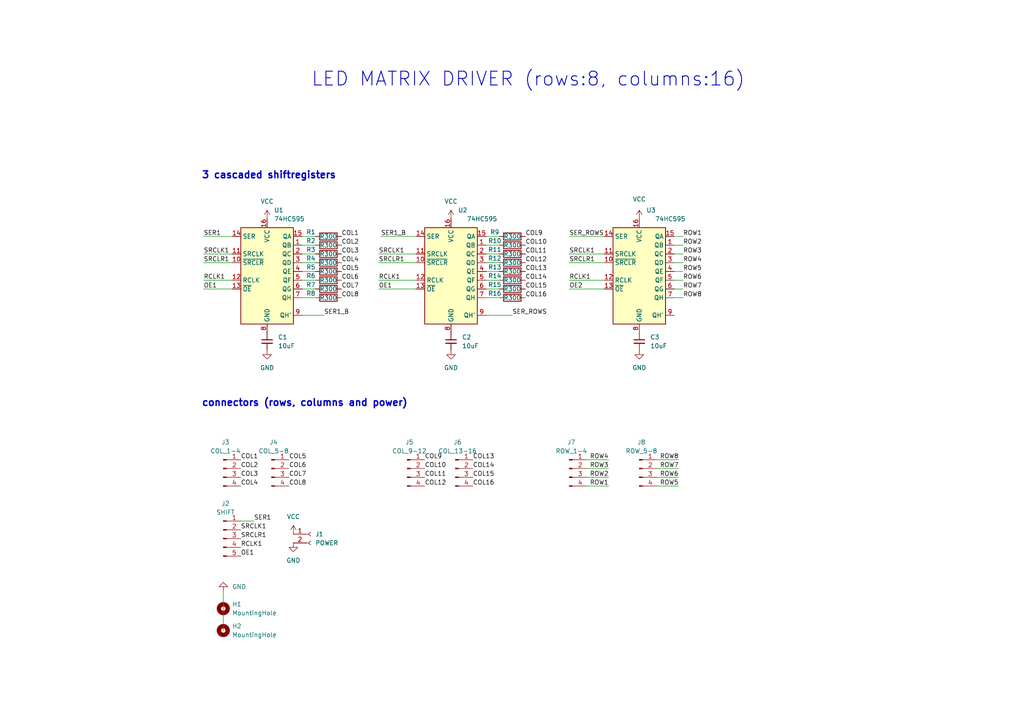
<source format=kicad_sch>
(kicad_sch (version 20211123) (generator eeschema)
  (paper "A4")
  (lib_symbols
    (symbol "74xx:74HC595"
      (property "Reference" "U" (at -7.62 13.97 0))
      (property "Value" "74HC595" (at -7.62 -16.51 0))
      (symbol "74HC595_1_0"
        (pin tri_state line (at 10.16 7.62 180) (length 2.54) (name "QB") (number "1"))
        (pin input line (at -10.16 2.54 0) (length 2.54) (name "~{SRCLR}") (number "10"))
        (pin input line (at -10.16 5.08 0) (length 2.54) (name "SRCLK") (number "11"))
        (pin input line (at -10.16 -2.54 0) (length 2.54) (name "RCLK") (number "12"))
        (pin input line (at -10.16 -5.08 0) (length 2.54) (name "~{OE}") (number "13"))
        (pin input line (at -10.16 10.16 0) (length 2.54) (name "SER") (number "14"))
        (pin tri_state line (at 10.16 10.16 180) (length 2.54) (name "QA") (number "15"))
        (pin power_in line (at 0 15.24 270) (length 2.54) (name "VCC") (number "16"))
        (pin tri_state line (at 10.16 5.08 180) (length 2.54) (name "QC") (number "2"))
        (pin tri_state line (at 10.16 2.54 180) (length 2.54) (name "QD") (number "3"))
        (pin tri_state line (at 10.16 0 180) (length 2.54) (name "QE") (number "4"))
        (pin tri_state line (at 10.16 -2.54 180) (length 2.54) (name "QF") (number "5"))
        (pin tri_state line (at 10.16 -5.08 180) (length 2.54) (name "QG") (number "6"))
        (pin tri_state line (at 10.16 -7.62 180) (length 2.54) (name "QH") (number "7"))
        (pin power_in line (at 0 -17.78 90) (length 2.54) (name "GND") (number "8"))
        (pin output line (at 10.16 -12.7 180) (length 2.54) (name "QH'") (number "9"))
      )
      (symbol "74HC595_1_1"
        (rectangle (start -7.62 12.7) (end 7.62 -15.24) (stroke (width 0.254)) (fill (type background)))
      )
    )
    (symbol "Connector:Conn_01x02_Female" (pin_names (offset 1.016) hide)
      (property "Reference" "J" (at 0 2.54 0))
      (property "Value" "Conn_01x02_Female" (at 0 -5.08 0))
      (symbol "Conn_01x02_Female_1_1"
        (arc (start 0 -2.032) (mid -0.508 -2.54) (end 0 -3.048) (stroke (width 0.1524)))
        (polyline (pts (xy -1.27 -2.54) (xy -0.508 -2.54)) (stroke (width 0.1524)))
        (polyline (pts (xy -1.27 0) (xy -0.508 0)) (stroke (width 0.1524)))
        (arc (start 0 0.508) (mid -0.508 0) (end 0 -0.508) (stroke (width 0.1524)))
        (pin passive line (at -5.08 0 0) (length 3.81) (name "Pin_1") (number "1"))
        (pin passive line (at -5.08 -2.54 0) (length 3.81) (name "Pin_2") (number "2"))
      )
    )
    (symbol "Connector:Conn_01x04_Male" (pin_names (offset 1.016) hide)
      (property "Reference" "J" (at 0 5.08 0))
      (property "Value" "Conn_01x04_Male" (at 0 -7.62 0))
      (symbol "Conn_01x04_Male_1_1"
        (polyline (pts (xy 1.27 -5.08) (xy 0.8636 -5.08)) (stroke (width 0.1524)))
        (polyline (pts (xy 1.27 -2.54) (xy 0.8636 -2.54)) (stroke (width 0.1524)))
        (polyline (pts (xy 1.27 0) (xy 0.8636 0)) (stroke (width 0.1524)))
        (polyline (pts (xy 1.27 2.54) (xy 0.8636 2.54)) (stroke (width 0.1524)))
        (rectangle (start 0.8636 -4.953) (end 0 -5.207) (stroke (width 0.1524)) (fill (type outline)))
        (rectangle (start 0.8636 -2.413) (end 0 -2.667) (stroke (width 0.1524)) (fill (type outline)))
        (rectangle (start 0.8636 0.127) (end 0 -0.127) (stroke (width 0.1524)) (fill (type outline)))
        (rectangle (start 0.8636 2.667) (end 0 2.413) (stroke (width 0.1524)) (fill (type outline)))
        (pin passive line (at 5.08 2.54 180) (length 3.81) (name "Pin_1") (number "1"))
        (pin passive line (at 5.08 0 180) (length 3.81) (name "Pin_2") (number "2"))
        (pin passive line (at 5.08 -2.54 180) (length 3.81) (name "Pin_3") (number "3"))
        (pin passive line (at 5.08 -5.08 180) (length 3.81) (name "Pin_4") (number "4"))
      )
    )
    (symbol "Connector:Conn_01x05_Male" (pin_names (offset 1.016) hide)
      (property "Reference" "J" (at 0 7.62 0))
      (property "Value" "Conn_01x05_Male" (at 0 -7.62 0))
      (symbol "Conn_01x05_Male_1_1"
        (polyline (pts (xy 1.27 -5.08) (xy 0.8636 -5.08)) (stroke (width 0.1524)))
        (polyline (pts (xy 1.27 -2.54) (xy 0.8636 -2.54)) (stroke (width 0.1524)))
        (polyline (pts (xy 1.27 0) (xy 0.8636 0)) (stroke (width 0.1524)))
        (polyline (pts (xy 1.27 2.54) (xy 0.8636 2.54)) (stroke (width 0.1524)))
        (polyline (pts (xy 1.27 5.08) (xy 0.8636 5.08)) (stroke (width 0.1524)))
        (rectangle (start 0.8636 -4.953) (end 0 -5.207) (stroke (width 0.1524)) (fill (type outline)))
        (rectangle (start 0.8636 -2.413) (end 0 -2.667) (stroke (width 0.1524)) (fill (type outline)))
        (rectangle (start 0.8636 0.127) (end 0 -0.127) (stroke (width 0.1524)) (fill (type outline)))
        (rectangle (start 0.8636 2.667) (end 0 2.413) (stroke (width 0.1524)) (fill (type outline)))
        (rectangle (start 0.8636 5.207) (end 0 4.953) (stroke (width 0.1524)) (fill (type outline)))
        (pin passive line (at 5.08 5.08 180) (length 3.81) (name "Pin_1") (number "1"))
        (pin passive line (at 5.08 2.54 180) (length 3.81) (name "Pin_2") (number "2"))
        (pin passive line (at 5.08 0 180) (length 3.81) (name "Pin_3") (number "3"))
        (pin passive line (at 5.08 -2.54 180) (length 3.81) (name "Pin_4") (number "4"))
        (pin passive line (at 5.08 -5.08 180) (length 3.81) (name "Pin_5") (number "5"))
      )
    )
    (symbol "Device:C_Small" (pin_numbers hide) (pin_names (offset 0.254) hide)
      (property "Reference" "C" (at 0.254 1.778 0))
      (property "Value" "C_Small" (at 0.254 -2.032 0))
      (symbol "C_Small_0_1"
        (polyline (pts (xy -1.524 -0.508) (xy 1.524 -0.508)) (stroke (width 0.3302)))
        (polyline (pts (xy -1.524 0.508) (xy 1.524 0.508)) (stroke (width 0.3048)))
      )
      (symbol "C_Small_1_1"
        (pin passive line (at 0 2.54 270) (length 2.032) (name "~") (number "1"))
        (pin passive line (at 0 -2.54 90) (length 2.032) (name "~") (number "2"))
      )
    )
    (symbol "Device:R" (pin_numbers hide) (pin_names (offset 0))
      (property "Reference" "R" (at 2.032 0 90))
      (property "Value" "R" (at 0 0 90))
      (symbol "R_0_1"
        (rectangle (start -1.016 -2.54) (end 1.016 2.54) (stroke (width 0.254)))
      )
      (symbol "R_1_1"
        (pin passive line (at 0 3.81 270) (length 1.27) (name "~") (number "1"))
        (pin passive line (at 0 -3.81 90) (length 1.27) (name "~") (number "2"))
      )
    )
    (symbol "Mechanical:MountingHole" (pin_names (offset 1.016))
      (property "Reference" "H" (at 0 5.08 0))
      (property "Value" "MountingHole" (at 0 3.175 0))
      (symbol "MountingHole_0_1"
        (circle (center 0 0) (radius 1.27) (stroke (width 1.27)))
      )
    )
    (symbol "power:GND" (power) (pin_names (offset 0))
      (property "Value" "GND" (at 0 -3.81 0))
      (symbol "GND_0_1"
        (polyline (pts (xy 0 0) (xy 0 -1.27) (xy 1.27 -1.27) (xy 0 -2.54) (xy -1.27 -1.27) (xy 0 -1.27)))
      )
      (symbol "GND_1_1"
        (pin power_in line (at 0 0 270) (length 0) hide (name "GND") (number "1"))
      )
    )
    (symbol "power:VCC" (power) (pin_names (offset 0))
      (property "Value" "VCC" (at 0 3.81 0))
      (symbol "VCC_0_1"
        (polyline (pts (xy -0.762 1.27) (xy 0 2.54)))
        (polyline (pts (xy 0 0) (xy 0 2.54)))
        (polyline (pts (xy 0 2.54) (xy 0.762 1.27)))
      )
      (symbol "VCC_1_1"
        (pin power_in line (at 0 0 90) (length 0) hide (name "VCC") (number "1"))
      )
    )
  )
  (wire (pts (xy 87.63 81.28) (xy 91.44 81.28)))
  (wire (pts (xy 87.63 71.12) (xy 91.44 71.12)))
  (wire (pts (xy 170.18 135.89) (xy 176.53 135.89)))
  (wire (pts (xy 87.63 73.66) (xy 91.44 73.66)))
  (wire (pts (xy 87.63 83.82) (xy 91.44 83.82)))
  (wire (pts (xy 165.1 81.28) (xy 175.26 81.28)))
  (wire (pts (xy 87.63 91.44) (xy 93.98 91.44)))
  (wire (pts (xy 87.63 76.2) (xy 91.44 76.2)))
  (wire (pts (xy 140.97 86.36) (xy 144.78 86.36)))
  (wire (pts (xy 165.1 76.2) (xy 175.26 76.2)))
  (wire (pts (xy 87.63 68.58) (xy 91.44 68.58)))
  (wire (pts (xy 59.055 68.58) (xy 67.31 68.58)))
  (wire (pts (xy 59.055 73.66) (xy 67.31 73.66)))
  (wire (pts (xy 198.12 76.2) (xy 195.58 76.2)))
  (wire (pts (xy 165.1 83.82) (xy 175.26 83.82)))
  (wire (pts (xy 170.18 140.97) (xy 176.53 140.97)))
  (wire (pts (xy 140.97 71.12) (xy 144.78 71.12)))
  (wire (pts (xy 87.63 78.74) (xy 91.44 78.74)))
  (wire (pts (xy 110.49 68.58) (xy 120.65 68.58)))
  (wire (pts (xy 198.12 71.12) (xy 195.58 71.12)))
  (wire (pts (xy 87.63 86.36) (xy 91.44 86.36)))
  (wire (pts (xy 64.77 171.45) (xy 64.77 182.88)))
  (wire (pts (xy 109.855 83.82) (xy 120.65 83.82)))
  (wire (pts (xy 198.12 81.28) (xy 195.58 81.28)))
  (wire (pts (xy 140.97 91.44) (xy 148.59 91.44)))
  (wire (pts (xy 198.12 86.36) (xy 195.58 86.36)))
  (wire (pts (xy 190.5 133.35) (xy 196.85 133.35)))
  (wire (pts (xy 109.855 73.66) (xy 120.65 73.66)))
  (wire (pts (xy 140.97 76.2) (xy 144.78 76.2)))
  (wire (pts (xy 198.12 83.82) (xy 195.58 83.82)))
  (wire (pts (xy 109.855 76.2) (xy 120.65 76.2)))
  (wire (pts (xy 140.97 73.66) (xy 144.78 73.66)))
  (wire (pts (xy 198.12 78.74) (xy 195.58 78.74)))
  (wire (pts (xy 170.18 138.43) (xy 176.53 138.43)))
  (wire (pts (xy 140.97 78.74) (xy 144.78 78.74)))
  (wire (pts (xy 73.66 151.13) (xy 69.85 151.13)))
  (wire (pts (xy 198.12 73.66) (xy 195.58 73.66)))
  (wire (pts (xy 165.1 68.58) (xy 175.26 68.58)))
  (wire (pts (xy 109.855 81.28) (xy 120.65 81.28)))
  (wire (pts (xy 140.97 68.58) (xy 144.78 68.58)))
  (wire (pts (xy 190.5 138.43) (xy 196.85 138.43)))
  (wire (pts (xy 165.1 73.66) (xy 175.26 73.66)))
  (wire (pts (xy 170.18 133.35) (xy 176.53 133.35)))
  (wire (pts (xy 59.055 81.28) (xy 67.31 81.28)))
  (wire (pts (xy 140.97 81.28) (xy 144.78 81.28)))
  (wire (pts (xy 59.055 83.82) (xy 67.31 83.82)))
  (wire (pts (xy 190.5 135.89) (xy 196.85 135.89)))
  (wire (pts (xy 198.12 68.58) (xy 195.58 68.58)))
  (wire (pts (xy 190.5 140.97) (xy 196.85 140.97)))
  (wire (pts (xy 140.97 83.82) (xy 144.78 83.82)))
  (wire (pts (xy 59.055 76.2) (xy 67.31 76.2)))
  (text "3 cascaded shiftregisters" (at 58.42 52.07 0) (effects (font (size 2 2) bold) (justify left bottom)))
  (text "LED MATRIX DRIVER (rows:8, columns:16)" (at 90.17 25.4 0) (effects (font (size 4 4) (thickness 0.254) bold) (justify left bottom)))
  (text "connectors (rows, columns and power)" (at 58.42 118.11 0) (effects (font (size 2 2) bold) (justify left bottom)))
  (label "COL4" (at 99.06 76.2 0))
  (label "COL3" (at 99.06 73.66 0))
  (label "ROW1" (at 198.12 68.58 0))
  (label "COL7" (at 83.82 138.43 0))
  (label "RCLK1" (at 165.1 81.28 0))
  (label "OE2" (at 165.1 83.82 0))
  (label "ROW6" (at 196.85 138.43 180))
  (label "COL10" (at 152.4 71.12 0))
  (label "COL8" (at 99.06 86.36 0))
  (label "ROW8" (at 196.85 133.35 180))
  (label "COL2" (at 99.06 71.12 0))
  (label "COL10" (at 123.19 135.89 0))
  (label "COL15" (at 152.4 83.82 0))
  (label "COL8" (at 83.82 140.97 0))
  (label "RCLK1" (at 109.855 81.28 0))
  (label "COL5" (at 83.82 133.35 0))
  (label "ROW7" (at 196.85 135.89 180))
  (label "ROW2" (at 198.12 71.12 0))
  (label "SRCLR1" (at 69.85 156.21 0))
  (label "COL11" (at 152.4 73.66 0))
  (label "COL5" (at 99.06 78.74 0))
  (label "OE1" (at 59.055 83.82 0))
  (label "SRCLK1" (at 165.1 73.66 0))
  (label "ROW3" (at 198.12 73.66 0))
  (label "COL15" (at 137.16 138.43 0))
  (label "ROW5" (at 196.85 140.97 180))
  (label "SER_ROWS" (at 165.1 68.58 0))
  (label "COL1" (at 69.85 133.35 0))
  (label "SER1" (at 73.66 151.13 0))
  (label "SRCLK1" (at 69.85 153.67 0))
  (label "ROW7" (at 198.12 83.82 0))
  (label "COL9" (at 152.4 68.58 0))
  (label "COL14" (at 152.4 81.28 0))
  (label "SER1" (at 59.055 68.58 0))
  (label "COL9" (at 123.19 133.35 0))
  (label "ROW2" (at 176.53 138.43 180))
  (label "COL13" (at 137.16 133.35 0))
  (label "ROW3" (at 176.53 135.89 180))
  (label "OE1" (at 69.85 161.29 0))
  (label "COL12" (at 123.19 140.97 0))
  (label "ROW4" (at 176.53 133.35 180))
  (label "ROW4" (at 198.12 76.2 0))
  (label "RCLK1" (at 69.85 158.75 0))
  (label "COL4" (at 69.85 140.97 0))
  (label "ROW5" (at 198.12 78.74 0))
  (label "SRCLR1" (at 59.055 76.2 0))
  (label "SRCLR1" (at 109.855 76.2 0))
  (label "SER1_B" (at 110.49 68.58 0))
  (label "COL11" (at 123.19 138.43 0))
  (label "COL16" (at 137.16 140.97 0))
  (label "SRCLR1" (at 165.1 76.2 0))
  (label "COL7" (at 99.06 83.82 0))
  (label "SRCLK1" (at 59.055 73.66 0))
  (label "ROW8" (at 198.12 86.36 0))
  (label "COL14" (at 137.16 135.89 0))
  (label "COL2" (at 69.85 135.89 0))
  (label "SRCLK1" (at 109.855 73.66 0))
  (label "SER1_B" (at 93.98 91.44 0))
  (label "OE1" (at 109.855 83.82 0))
  (label "COL12" (at 152.4 76.2 0))
  (label "COL16" (at 152.4 86.36 0))
  (label "COL6" (at 83.82 135.89 0))
  (label "RCLK1" (at 59.055 81.28 0))
  (label "SER_ROWS" (at 148.59 91.44 0))
  (label "COL3" (at 69.85 138.43 0))
  (label "ROW1" (at 176.53 140.97 180))
  (label "ROW6" (at 198.12 81.28 0))
  (label "COL6" (at 99.06 81.28 0))
  (label "COL13" (at 152.4 78.74 0))
  (label "COL1" (at 99.06 68.58 0))
  (symbol (lib_id "power:GND") (at 85.09 157.48 0) (unit 1)
    (property "Reference" "#PWR01" (effects hide))
    (property "Value" "~" (at 85.09 162.56 0))
  )
  (symbol (lib_id "power:GND") (at 185.42 101.6 0) (unit 1)
    (property "Reference" "#PWR07" (effects hide))
    (property "Value" "GND" (at 185.42 106.68 0))
  )
  (symbol (lib_id "power:VCC") (at 77.47 63.5 0) (unit 1)
    (property "Reference" "#PWR02" (effects hide))
    (property "Value" "VCC" (at 77.47 58.42 0))
  )
  (symbol (lib_id "Device:C_Small") (at 130.81 99.06 0) (unit 1)
    (property "Reference" "C2" (at 133.985 97.7962 0) (effects (justify left)))
    (property "Value" "10uF" (at 133.985 100.3362 0) (effects (justify left)))
    (property "Footprint" "Capacitor_SMD:C_1206_3216Metric" (effects hide))
  )
  (symbol (lib_id "power:GND") (at 130.81 101.6 0) (unit 1)
    (property "Reference" "#PWR05" (effects hide))
    (property "Value" "GND" (at 130.81 106.68 0))
  )
  (symbol (lib_id "power:VCC") (at 85.09 154.94 0) (unit 1)
    (property "Reference" "#VCC01" (effects hide))
    (property "Value" "VCC" (at 85.09 149.86 0))
  )
  (symbol (lib_id "Device:R") (at 148.59 86.36 90) (unit 1)
    (property "Reference" "R16" (at 143.51 85.09 90))
    (property "Value" "R300" (at 148.59 86.36 90))
    (property "Footprint" "Resistor_SMD:R_1206_3216Metric" (effects hide))
  )
  (symbol (lib_id "74xx:74HC595") (at 185.42 78.74 0) (unit 1)
    (property "Reference" "U3" (at 187.4394 60.96 0) (effects (justify left)))
    (property "Value" "74HC595" (at 189.9794 63.5 0) (effects (justify left)))
    (property "Footprint" "Registers:DIP794W53P254L1930H508Q16N" (effects hide))
    (property "Datasheet" "http://www.ti.com/lit/ds/symlink/sn74hc595.pdf" (effects hide))
  )
  (symbol (lib_id "Device:R") (at 148.59 76.2 90) (unit 1)
    (property "Reference" "R12" (at 143.51 74.93 90))
    (property "Value" "R300" (at 148.59 76.2 90))
    (property "Footprint" "Resistor_SMD:R_1206_3216Metric" (effects hide))
  )
  (symbol (lib_id "Device:R") (at 95.25 83.82 90) (unit 1)
    (property "Reference" "R7" (at 90.17 82.55 90))
    (property "Value" "R300" (at 95.25 83.82 90))
    (property "Footprint" "Resistor_SMD:R_1206_3216Metric" (effects hide))
  )
  (symbol (lib_id "Mechanical:MountingHole") (at 64.77 182.88 0) (unit 1)
    (property "Reference" "H2" (at 67.31 181.6099 0) (effects (justify left)))
    (property "Value" "MountingHole" (at 67.31 184.1499 0) (effects (justify left)))
    (property "Footprint" "MountingHole:MountingHole_2.1mm" (effects hide))
  )
  (symbol (lib_id "power:GND") (at 77.47 101.6 0) (unit 1)
    (property "Reference" "#PWR03" (effects hide))
    (property "Value" "GND" (at 77.47 106.68 0))
  )
  (symbol (lib_id "Mechanical:MountingHole") (at 64.77 176.53 0) (unit 1)
    (property "Reference" "H1" (at 67.31 175.2599 0) (effects (justify left)))
    (property "Value" "MountingHole" (at 67.31 177.7999 0) (effects (justify left)))
    (property "Footprint" "MountingHole:MountingHole_2.1mm" (effects hide))
  )
  (symbol (lib_id "Connector:Conn_01x02_Female") (at 90.17 154.94 0) (unit 1)
    (property "Reference" "J1" (at 91.44 154.9399 0) (effects (justify left)))
    (property "Value" "POWER" (at 91.44 157.4799 0) (effects (justify left)))
    (property "Footprint" "TerminalBlock_Phoenix:TerminalBlock_Phoenix_MKDS-1,5-2_1x02_P5.00mm_Horizontal" (effects hide))
  )
  (symbol (lib_id "Device:R") (at 148.59 73.66 90) (unit 1)
    (property "Reference" "R11" (at 143.51 72.39 90))
    (property "Value" "R300" (at 148.59 73.66 90))
    (property "Footprint" "Resistor_SMD:R_1206_3216Metric" (effects hide))
  )
  (symbol (lib_id "Device:R") (at 95.25 76.2 90) (unit 1)
    (property "Reference" "R4" (at 90.17 74.93 90))
    (property "Value" "R300" (at 95.25 76.2 90))
    (property "Footprint" "Resistor_SMD:R_1206_3216Metric" (effects hide))
  )
  (symbol (lib_id "Connector:Conn_01x04_Male") (at 165.1 135.89 0) (unit 1)
    (property "Reference" "J7" (at 165.735 128.27 0))
    (property "Value" "ROW_1-4" (at 165.735 130.81 0))
    (property "Footprint" "Connector_JST:JST_EH_B4B-EH-A_1x04_P2.50mm_Vertical" (effects hide))
  )
  (symbol (lib_id "74xx:74HC595") (at 77.47 78.74 0) (unit 1)
    (property "Reference" "U1" (at 79.4894 60.96 0) (effects (justify left)))
    (property "Value" "74HC595" (at 79.4894 63.5 0) (effects (justify left)))
    (property "Footprint" "Registers:DIP794W53P254L1930H508Q16N" (effects hide))
    (property "Datasheet" "http://www.ti.com/lit/ds/symlink/sn74hc595.pdf" (effects hide))
  )
  (symbol (lib_id "Device:R") (at 95.25 73.66 90) (unit 1)
    (property "Reference" "R3" (at 90.17 72.39 90))
    (property "Value" "R300" (at 95.25 73.66 90))
    (property "Footprint" "Resistor_SMD:R_1206_3216Metric" (effects hide))
  )
  (symbol (lib_id "power:VCC") (at 130.81 63.5 0) (unit 1)
    (property "Reference" "#PWR04" (effects hide))
    (property "Value" "VCC" (at 130.81 58.42 0))
  )
  (symbol (lib_id "Connector:Conn_01x04_Male") (at 78.74 135.89 0) (unit 1)
    (property "Reference" "J4" (at 79.375 128.27 0))
    (property "Value" "COL_5-8" (at 79.375 130.81 0))
    (property "Footprint" "Connector_JST:JST_EH_B4B-EH-A_1x04_P2.50mm_Vertical" (effects hide))
  )
  (symbol (lib_id "74xx:74HC595") (at 130.81 78.74 0) (unit 1)
    (property "Reference" "U2" (at 132.8294 60.96 0) (effects (justify left)))
    (property "Value" "74HC595" (at 135.3694 63.5 0) (effects (justify left)))
    (property "Footprint" "Registers:DIP794W53P254L1930H508Q16N" (effects hide))
    (property "Datasheet" "http://www.ti.com/lit/ds/symlink/sn74hc595.pdf" (effects hide))
  )
  (symbol (lib_id "Connector:Conn_01x04_Male") (at 185.42 135.89 0) (unit 1)
    (property "Reference" "J8" (at 186.055 128.27 0))
    (property "Value" "ROW_5-8" (at 186.055 130.81 0))
    (property "Footprint" "Connector_JST:JST_EH_B4B-EH-A_1x04_P2.50mm_Vertical" (effects hide))
  )
  (symbol (lib_id "Device:R") (at 95.25 71.12 90) (unit 1)
    (property "Reference" "R2" (at 90.17 69.85 90))
    (property "Value" "R300" (at 95.25 71.12 90))
    (property "Footprint" "Resistor_SMD:R_1206_3216Metric" (effects hide))
  )
  (symbol (lib_id "Device:R") (at 148.59 68.58 90) (unit 1)
    (property "Reference" "R9" (at 143.51 67.31 90))
    (property "Value" "R300" (at 148.59 68.58 90))
    (property "Footprint" "Resistor_SMD:R_1206_3216Metric" (effects hide))
  )
  (symbol (lib_id "Device:C_Small") (at 77.47 99.06 0) (unit 1)
    (property "Reference" "C1" (at 80.645 97.7962 0) (effects (justify left)))
    (property "Value" "10uF" (at 80.645 100.3362 0) (effects (justify left)))
    (property "Footprint" "Capacitor_SMD:C_1206_3216Metric" (effects hide))
  )
  (symbol (lib_id "Connector:Conn_01x05_Male") (at 64.77 156.21 0) (unit 1)
    (property "Reference" "J2" (at 65.405 146.05 0))
    (property "Value" "SHIFT" (at 65.405 148.59 0))
    (property "Footprint" "Connector_JST:JST_EH_B5B-EH-A_1x05_P2.50mm_Vertical" (effects hide))
  )
  (symbol (lib_id "Connector:Conn_01x04_Male") (at 132.08 135.89 0) (unit 1)
    (property "Reference" "J6" (at 132.715 128.27 0))
    (property "Value" "COL_13-16" (at 132.715 130.81 0))
    (property "Footprint" "Connector_JST:JST_EH_B4B-EH-A_1x04_P2.50mm_Vertical" (effects hide))
  )
  (symbol (lib_id "power:GND") (at 64.77 171.45 180) (unit 1)
    (property "Reference" "#PWR0101" (effects hide))
    (property "Value" "~" (at 67.31 170.1799 0) (effects (justify right)))
  )
  (symbol (lib_id "Device:R") (at 148.59 81.28 90) (unit 1)
    (property "Reference" "R14" (at 143.51 80.01 90))
    (property "Value" "R300" (at 148.59 81.28 90))
    (property "Footprint" "Resistor_SMD:R_1206_3216Metric" (effects hide))
  )
  (symbol (lib_id "Device:R") (at 95.25 68.58 90) (unit 1)
    (property "Reference" "R1" (at 90.17 67.31 90))
    (property "Value" "R300" (at 95.25 68.58 90))
    (property "Footprint" "Resistor_SMD:R_1206_3216Metric" (effects hide))
  )
  (symbol (lib_id "Device:R") (at 148.59 78.74 90) (unit 1)
    (property "Reference" "R13" (at 143.51 77.47 90))
    (property "Value" "R300" (at 148.59 78.74 90))
    (property "Footprint" "Resistor_SMD:R_1206_3216Metric" (effects hide))
  )
  (symbol (lib_id "Device:R") (at 95.25 78.74 90) (unit 1)
    (property "Reference" "R5" (at 90.17 77.47 90))
    (property "Value" "R300" (at 95.25 78.74 90))
    (property "Footprint" "Resistor_SMD:R_1206_3216Metric" (effects hide))
  )
  (symbol (lib_id "power:VCC") (at 185.42 63.5 0) (unit 1)
    (property "Reference" "#PWR06" (effects hide))
    (property "Value" "VCC" (at 185.42 57.785 0))
  )
  (symbol (lib_id "Device:C_Small") (at 185.42 99.06 0) (unit 1)
    (property "Reference" "C3" (at 188.595 97.7962 0) (effects (justify left)))
    (property "Value" "10uF" (at 188.595 100.3362 0) (effects (justify left)))
    (property "Footprint" "Capacitor_SMD:C_1206_3216Metric" (effects hide))
  )
  (symbol (lib_id "Device:R") (at 95.25 81.28 90) (unit 1)
    (property "Reference" "R6" (at 90.17 80.01 90))
    (property "Value" "R300" (at 95.25 81.28 90))
    (property "Footprint" "Resistor_SMD:R_1206_3216Metric" (effects hide))
  )
  (symbol (lib_id "Connector:Conn_01x04_Male") (at 64.77 135.89 0) (unit 1)
    (property "Reference" "J3" (at 65.405 128.27 0))
    (property "Value" "COL_1-4" (at 65.405 130.81 0))
    (property "Footprint" "Connector_JST:JST_EH_B4B-EH-A_1x04_P2.50mm_Vertical" (effects hide))
  )
  (symbol (lib_id "Device:R") (at 95.25 86.36 90) (unit 1)
    (property "Reference" "R8" (at 90.17 85.09 90))
    (property "Value" "R300" (at 95.25 86.36 90))
    (property "Footprint" "Resistor_SMD:R_1206_3216Metric" (effects hide))
  )
  (symbol (lib_id "Device:R") (at 148.59 83.82 90) (unit 1)
    (property "Reference" "R15" (at 143.51 82.55 90))
    (property "Value" "R300" (at 148.59 83.82 90))
    (property "Footprint" "Resistor_SMD:R_1206_3216Metric" (effects hide))
  )
  (symbol (lib_id "Connector:Conn_01x04_Male") (at 118.11 135.89 0) (unit 1)
    (property "Reference" "J5" (at 118.745 128.27 0))
    (property "Value" "COL_9-12" (at 118.745 130.81 0))
    (property "Footprint" "Connector_JST:JST_EH_B4B-EH-A_1x04_P2.50mm_Vertical" (effects hide))
  )
  (symbol (lib_id "Device:R") (at 148.59 71.12 90) (unit 1)
    (property "Reference" "R10" (at 143.51 69.85 90))
    (property "Value" "R300" (at 148.59 71.12 90))
    (property "Footprint" "Resistor_SMD:R_1206_3216Metric" (effects hide))
  )
)
</source>
